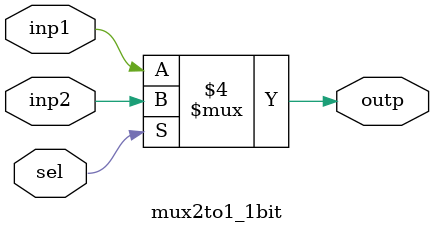
<source format=v>
module mux2to1_1bit(input inp1, input inp2, input sel, output reg outp);
always@(inp2 or inp1 or sel)
	if(sel==1'b0)
		outp = inp1;
	else begin
		outp = inp2;
	end
endmodule
</source>
